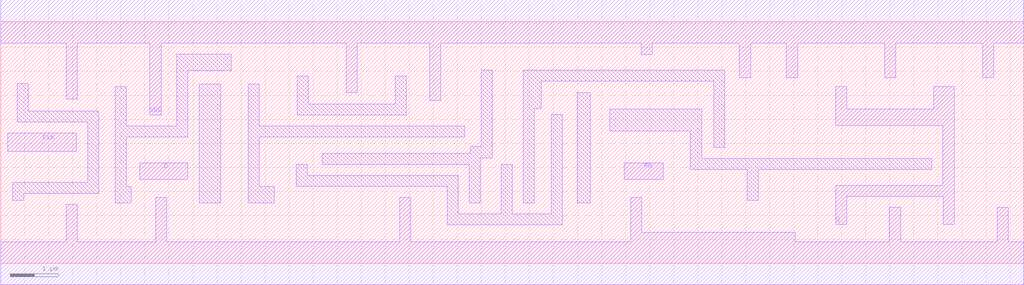
<source format=lef>
# Copyright 2022 GlobalFoundries PDK Authors
#
# Licensed under the Apache License, Version 2.0 (the "License");
# you may not use this file except in compliance with the License.
# You may obtain a copy of the License at
#
#      http://www.apache.org/licenses/LICENSE-2.0
#
# Unless required by applicable law or agreed to in writing, software
# distributed under the License is distributed on an "AS IS" BASIS,
# WITHOUT WARRANTIES OR CONDITIONS OF ANY KIND, either express or implied.
# See the License for the specific language governing permissions and
# limitations under the License.

MACRO gf180mcu_fd_sc_mcu9t5v0__dffrnq_4
  CLASS core ;
  FOREIGN gf180mcu_fd_sc_mcu9t5v0__dffrnq_4 0.0 0.0 ;
  ORIGIN 0 0 ;
  SYMMETRY X Y ;
  SITE GF018hv5v_green_sc9 ;
  SIZE 21.28 BY 5.04 ;
  PIN D
    DIRECTION INPUT ;
    ANTENNAGATEAREA 0.854 ;
    PORT
      LAYER METAL1 ;
        POLYGON 2.89 1.75 3.895 1.75 3.895 2.09 2.89 2.09  ;
    END
  END D
  PIN RN
    DIRECTION INPUT ;
    ANTENNAGATEAREA 2.123 ;
    PORT
      LAYER METAL1 ;
        POLYGON 12.97 1.75 13.78 1.75 13.78 2.09 12.97 2.09  ;
    END
  END RN
  PIN CLK
    DIRECTION INPUT ;
    USE clock ;
    ANTENNAGATEAREA 1.164 ;
    PORT
      LAYER METAL1 ;
        POLYGON 0.15 2.33 1.57 2.33 1.57 2.71 0.15 2.71  ;
    END
  END CLK
  PIN Q
    DIRECTION OUTPUT ;
    ANTENNADIFFAREA 3.276 ;
    PORT
      LAYER METAL1 ;
        POLYGON 17.37 2.875 19.365 2.875 19.595 2.875 19.595 1.625 17.37 1.625 17.37 0.815 17.6 0.815 17.6 1.395 19.61 1.395 19.61 0.815 19.84 0.815 19.84 3.685 19.41 3.685 19.41 3.215 19.365 3.215 17.605 3.215 17.605 3.685 17.37 3.685  ;
    END
  END Q
  PIN VDD
    DIRECTION INOUT ;
    USE power ;
    SHAPE ABUTMENT ;
    PORT
      LAYER METAL1 ;
        POLYGON 0 4.59 1.365 4.59 1.365 3.425 1.595 3.425 1.595 4.59 2.035 4.59 3.105 4.59 3.105 3.09 3.335 3.09 3.335 4.59 4.795 4.59 7.185 4.59 7.185 3.56 7.415 3.56 7.415 4.59 8.435 4.59 8.925 4.59 8.925 3.39 9.155 3.39 9.155 4.59 9.65 4.59 10.225 4.59 13.33 4.59 13.33 4.345 13.56 4.345 13.56 4.59 15.06 4.59 15.37 4.59 15.37 3.875 15.605 3.875 15.605 4.59 16.345 4.59 16.345 3.875 16.58 3.875 16.58 4.59 18.39 4.59 18.39 3.875 18.62 3.875 18.62 4.585 19.365 4.585 20.43 4.585 20.43 3.875 20.66 3.875 20.66 4.59 21.28 4.59 21.28 5.49 19.365 5.49 15.06 5.49 10.225 5.49 9.65 5.49 8.435 5.49 4.795 5.49 2.035 5.49 0 5.49  ;
    END
  END VDD
  PIN VSS
    DIRECTION INOUT ;
    USE ground ;
    SHAPE ABUTMENT ;
    PORT
      LAYER METAL1 ;
        POLYGON 0 -0.45 21.28 -0.45 21.28 0.45 20.96 0.45 20.96 1.165 20.73 1.165 20.73 0.45 18.72 0.45 18.72 1.165 18.49 1.165 18.49 0.45 16.535 0.45 16.535 0.64 13.34 0.64 13.34 1.37 13.11 1.37 13.11 0.45 8.535 0.45 8.535 1.37 8.305 1.37 8.305 0.45 3.455 0.45 3.455 1.37 3.225 1.37 3.225 0.45 1.595 0.45 1.595 1.225 1.365 1.225 1.365 0.45 0 0.45  ;
    END
  END VSS
  OBS
      LAYER METAL1 ;
        POLYGON 0.345 2.94 1.805 2.94 1.805 1.685 0.245 1.685 0.245 1.315 0.475 1.315 0.475 1.455 2.035 1.455 2.035 3.17 0.575 3.17 0.575 3.75 0.345 3.75  ;
        POLYGON 4.125 1.26 4.575 1.26 4.575 3.73 4.125 3.73  ;
        POLYGON 2.615 2.63 3.895 2.63 3.895 4.02 4.795 4.02 4.795 4.36 3.665 4.36 3.665 2.86 2.615 2.86 2.615 3.685 2.385 3.685 2.385 1.26 2.715 1.26 2.715 1.6 2.615 1.6  ;
        POLYGON 6.165 3.09 8.435 3.09 8.435 3.9 8.205 3.9 8.205 3.32 6.395 3.32 6.395 3.9 6.165 3.9  ;
        POLYGON 5.375 2.63 9.65 2.63 9.65 2.86 5.375 2.86 5.375 3.73 5.145 3.73 5.145 1.26 5.695 1.26 5.695 1.6 5.375 1.6  ;
        POLYGON 6.69 2.06 9.75 2.06 9.75 1.26 9.98 1.26 9.98 2.2 10.225 2.2 10.225 4.03 9.995 4.03 9.995 2.43 9.765 2.43 9.765 2.29 6.69 2.29  ;
        POLYGON 6.145 1.6 9.29 1.6 9.29 0.8 11.685 0.8 11.685 3.1 11.455 3.1 11.455 1.03 10.64 1.03 10.64 2.06 10.41 2.06 10.41 1.03 9.52 1.03 9.52 1.83 6.375 1.83 6.375 2.06 6.145 2.06  ;
        POLYGON 11.99 1.26 12.265 1.26 12.265 3.56 11.99 3.56  ;
        POLYGON 10.87 1.26 11.1 1.26 11.1 3.22 11.245 3.22 11.245 3.8 14.83 3.8 14.83 2.415 15.06 2.415 15.06 4.03 10.87 4.03  ;
        POLYGON 12.67 2.76 14.35 2.76 14.35 1.955 15.53 1.955 15.53 1.315 15.76 1.315 15.76 1.955 19.365 1.955 19.365 2.185 14.58 2.185 14.58 3.215 12.67 3.215  ;
  END
END gf180mcu_fd_sc_mcu9t5v0__dffrnq_4

</source>
